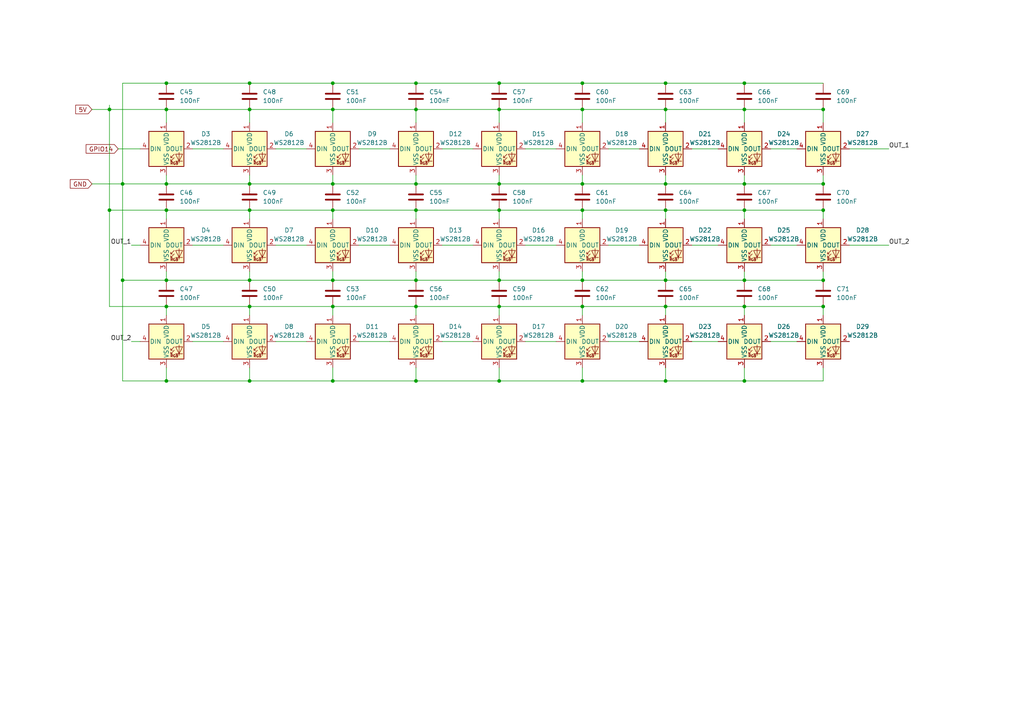
<source format=kicad_sch>
(kicad_sch (version 20211123) (generator eeschema)
  (paper "A4")
  (lib_symbols
    (symbol "Device:C" (pin_numbers hide) (pin_names (offset 0.254))
      (property "Reference" "C" (at 0.635 2.54 0))
      (property "Value" "C" (at 0.635 -2.54 0))
      (symbol "C_0_1"
        (polyline (pts (xy -2.032 -0.762) (xy 2.032 -0.762)) (stroke (width 0.508)))
        (polyline (pts (xy -2.032 0.762) (xy 2.032 0.762)) (stroke (width 0.508)))
      )
      (symbol "C_1_1"
        (pin passive line (at 0 3.81 270) (length 2.794) (name "~") (number "1"))
        (pin passive line (at 0 -3.81 90) (length 2.794) (name "~") (number "2"))
      )
    )
    (symbol "LED:WS2812B" (pin_names (offset 0.254))
      (property "Reference" "D" (at 5.08 5.715 0))
      (property "Value" "WS2812B" (at 1.27 -5.715 0))
      (symbol "WS2812B_0_0"
        (text "RGB" (at 2.286 -4.191 0) (effects (font (size 0.762 0.762))))
      )
      (symbol "WS2812B_0_1"
        (polyline (pts (xy 1.27 -3.556) (xy 1.778 -3.556)))
        (polyline (pts (xy 1.27 -2.54) (xy 1.778 -2.54)))
        (polyline (pts (xy 4.699 -3.556) (xy 2.667 -3.556)))
        (polyline (pts (xy 2.286 -2.54) (xy 1.27 -3.556) (xy 1.27 -3.048)))
        (polyline (pts (xy 2.286 -1.524) (xy 1.27 -2.54) (xy 1.27 -2.032)))
        (polyline (pts (xy 3.683 -1.016) (xy 3.683 -3.556) (xy 3.683 -4.064)))
        (polyline (pts (xy 4.699 -1.524) (xy 2.667 -1.524) (xy 3.683 -3.556) (xy 4.699 -1.524)))
        (rectangle (start 5.08 5.08) (end -5.08 -5.08) (stroke (width 0.254)) (fill (type background)))
      )
      (symbol "WS2812B_1_1"
        (pin power_in line (at 0 7.62 270) (length 2.54) (name "VDD") (number "1"))
        (pin output line (at 7.62 0 180) (length 2.54) (name "DOUT") (number "2"))
        (pin power_in line (at 0 -7.62 90) (length 2.54) (name "VSS") (number "3"))
        (pin input line (at -7.62 0 0) (length 2.54) (name "DIN") (number "4"))
      )
    )
  )
  (junction (at 72.39 24.13))
  (junction (at 168.91 24.13))
  (junction (at 120.65 53.34))
  (junction (at 168.91 53.34))
  (junction (at 120.65 81.28))
  (junction (at 168.91 31.75))
  (junction (at 215.9 81.28))
  (junction (at 72.39 60.96))
  (junction (at 193.04 31.75))
  (junction (at 168.91 81.28))
  (junction (at 144.78 53.34))
  (junction (at 48.26 53.34))
  (junction (at 215.9 110.49))
  (junction (at 96.52 24.13))
  (junction (at 96.52 110.49))
  (junction (at 96.52 31.75))
  (junction (at 238.76 81.28))
  (junction (at 48.26 110.49))
  (junction (at 238.76 53.34))
  (junction (at 31.75 31.75))
  (junction (at 120.65 60.96))
  (junction (at 31.75 60.96))
  (junction (at 144.78 81.28))
  (junction (at 120.65 24.13))
  (junction (at 96.52 81.28))
  (junction (at 96.52 53.34))
  (junction (at 193.04 88.9))
  (junction (at 193.04 60.96))
  (junction (at 238.76 60.96))
  (junction (at 215.9 60.96))
  (junction (at 48.26 24.13))
  (junction (at 144.78 31.75))
  (junction (at 168.91 110.49))
  (junction (at 168.91 88.9))
  (junction (at 72.39 88.9))
  (junction (at 193.04 81.28))
  (junction (at 238.76 88.9))
  (junction (at 193.04 24.13))
  (junction (at 168.91 60.96))
  (junction (at 144.78 24.13))
  (junction (at 215.9 88.9))
  (junction (at 144.78 88.9))
  (junction (at 72.39 53.34))
  (junction (at 35.56 81.28))
  (junction (at 120.65 110.49))
  (junction (at 72.39 81.28))
  (junction (at 120.65 31.75))
  (junction (at 48.26 60.96))
  (junction (at 193.04 53.34))
  (junction (at 35.56 53.34))
  (junction (at 215.9 53.34))
  (junction (at 144.78 110.49))
  (junction (at 144.78 60.96))
  (junction (at 48.26 81.28))
  (junction (at 48.26 31.75))
  (junction (at 48.26 88.9))
  (junction (at 238.76 31.75))
  (junction (at 72.39 110.49))
  (junction (at 120.65 88.9))
  (junction (at 96.52 60.96))
  (junction (at 215.9 31.75))
  (junction (at 215.9 24.13))
  (junction (at 96.52 88.9))
  (junction (at 72.39 31.75))
  (junction (at 193.04 110.49))
  (wire (pts (xy 120.65 50.8) (xy 120.65 53.34)))
  (wire (pts (xy 144.78 81.28) (xy 168.91 81.28)))
  (wire (pts (xy 96.52 88.9) (xy 120.65 88.9)))
  (wire (pts (xy 48.26 31.75) (xy 72.39 31.75)))
  (wire (pts (xy 144.78 78.74) (xy 144.78 81.28)))
  (wire (pts (xy 144.78 31.75) (xy 144.78 35.56)))
  (wire (pts (xy 96.52 106.68) (xy 96.52 110.49)))
  (wire (pts (xy 215.9 88.9) (xy 215.9 91.44)))
  (wire (pts (xy 120.65 24.13) (xy 144.78 24.13)))
  (wire (pts (xy 96.52 78.74) (xy 96.52 81.28)))
  (wire (pts (xy 104.14 71.12) (xy 113.03 71.12)))
  (wire (pts (xy 215.9 60.96) (xy 215.9 63.5)))
  (wire (pts (xy 193.04 106.68) (xy 193.04 110.49)))
  (wire (pts (xy 193.04 31.75) (xy 215.9 31.75)))
  (wire (pts (xy 168.91 78.74) (xy 168.91 81.28)))
  (wire (pts (xy 200.66 99.06) (xy 208.28 99.06)))
  (wire (pts (xy 96.52 88.9) (xy 96.52 91.44)))
  (wire (pts (xy 48.26 24.13) (xy 72.39 24.13)))
  (wire (pts (xy 200.66 43.18) (xy 208.28 43.18)))
  (wire (pts (xy 193.04 53.34) (xy 215.9 53.34)))
  (wire (pts (xy 35.56 24.13) (xy 48.26 24.13)))
  (wire (pts (xy 193.04 60.96) (xy 193.04 63.5)))
  (wire (pts (xy 144.78 88.9) (xy 168.91 88.9)))
  (wire (pts (xy 193.04 110.49) (xy 215.9 110.49)))
  (wire (pts (xy 38.1 71.12) (xy 40.64 71.12)))
  (wire (pts (xy 120.65 60.96) (xy 120.65 63.5)))
  (wire (pts (xy 35.56 24.13) (xy 35.56 53.34)))
  (wire (pts (xy 144.78 31.75) (xy 168.91 31.75)))
  (wire (pts (xy 48.26 78.74) (xy 48.26 81.28)))
  (wire (pts (xy 215.9 88.9) (xy 238.76 88.9)))
  (wire (pts (xy 223.52 71.12) (xy 231.14 71.12)))
  (wire (pts (xy 193.04 31.75) (xy 193.04 35.56)))
  (wire (pts (xy 48.26 81.28) (xy 72.39 81.28)))
  (wire (pts (xy 176.53 71.12) (xy 185.42 71.12)))
  (wire (pts (xy 238.76 60.96) (xy 238.76 63.5)))
  (wire (pts (xy 31.75 88.9) (xy 48.26 88.9)))
  (wire (pts (xy 168.91 81.28) (xy 193.04 81.28)))
  (wire (pts (xy 72.39 24.13) (xy 96.52 24.13)))
  (wire (pts (xy 152.4 71.12) (xy 161.29 71.12)))
  (wire (pts (xy 96.52 81.28) (xy 120.65 81.28)))
  (wire (pts (xy 48.26 106.68) (xy 48.26 110.49)))
  (wire (pts (xy 168.91 60.96) (xy 168.91 63.5)))
  (wire (pts (xy 128.27 99.06) (xy 137.16 99.06)))
  (wire (pts (xy 215.9 53.34) (xy 238.76 53.34)))
  (wire (pts (xy 35.56 53.34) (xy 35.56 81.28)))
  (wire (pts (xy 152.4 43.18) (xy 161.29 43.18)))
  (wire (pts (xy 144.78 53.34) (xy 168.91 53.34)))
  (wire (pts (xy 120.65 106.68) (xy 120.65 110.49)))
  (wire (pts (xy 104.14 99.06) (xy 113.03 99.06)))
  (wire (pts (xy 168.91 50.8) (xy 168.91 53.34)))
  (wire (pts (xy 72.39 110.49) (xy 96.52 110.49)))
  (wire (pts (xy 48.26 53.34) (xy 72.39 53.34)))
  (wire (pts (xy 144.78 24.13) (xy 168.91 24.13)))
  (wire (pts (xy 193.04 88.9) (xy 215.9 88.9)))
  (wire (pts (xy 31.75 31.75) (xy 31.75 60.96)))
  (wire (pts (xy 238.76 35.56) (xy 238.76 31.75)))
  (wire (pts (xy 193.04 60.96) (xy 215.9 60.96)))
  (wire (pts (xy 96.52 110.49) (xy 120.65 110.49)))
  (wire (pts (xy 215.9 50.8) (xy 215.9 53.34)))
  (wire (pts (xy 48.26 60.96) (xy 48.26 63.5)))
  (wire (pts (xy 72.39 31.75) (xy 72.39 35.56)))
  (wire (pts (xy 168.91 53.34) (xy 193.04 53.34)))
  (wire (pts (xy 246.38 71.12) (xy 257.81 71.12)))
  (wire (pts (xy 238.76 106.68) (xy 238.76 110.49)))
  (wire (pts (xy 96.52 60.96) (xy 96.52 63.5)))
  (wire (pts (xy 193.04 81.28) (xy 215.9 81.28)))
  (wire (pts (xy 168.91 60.96) (xy 193.04 60.96)))
  (wire (pts (xy 215.9 31.75) (xy 238.76 31.75)))
  (wire (pts (xy 215.9 110.49) (xy 238.76 110.49)))
  (wire (pts (xy 168.91 88.9) (xy 168.91 91.44)))
  (wire (pts (xy 238.76 53.34) (xy 238.76 50.8)))
  (wire (pts (xy 120.65 88.9) (xy 120.65 91.44)))
  (wire (pts (xy 120.65 60.96) (xy 144.78 60.96)))
  (wire (pts (xy 144.78 60.96) (xy 168.91 60.96)))
  (wire (pts (xy 176.53 99.06) (xy 185.42 99.06)))
  (wire (pts (xy 120.65 31.75) (xy 120.65 35.56)))
  (wire (pts (xy 120.65 88.9) (xy 144.78 88.9)))
  (wire (pts (xy 96.52 31.75) (xy 120.65 31.75)))
  (wire (pts (xy 152.4 99.06) (xy 161.29 99.06)))
  (wire (pts (xy 193.04 24.13) (xy 215.9 24.13)))
  (wire (pts (xy 55.88 43.18) (xy 64.77 43.18)))
  (wire (pts (xy 128.27 71.12) (xy 137.16 71.12)))
  (wire (pts (xy 168.91 106.68) (xy 168.91 110.49)))
  (wire (pts (xy 96.52 31.75) (xy 96.52 35.56)))
  (wire (pts (xy 120.65 81.28) (xy 144.78 81.28)))
  (wire (pts (xy 193.04 78.74) (xy 193.04 81.28)))
  (wire (pts (xy 193.04 50.8) (xy 193.04 53.34)))
  (wire (pts (xy 48.26 31.75) (xy 48.26 35.56)))
  (wire (pts (xy 215.9 31.75) (xy 215.9 35.56)))
  (wire (pts (xy 96.52 50.8) (xy 96.52 53.34)))
  (wire (pts (xy 96.52 53.34) (xy 120.65 53.34)))
  (wire (pts (xy 168.91 110.49) (xy 193.04 110.49)))
  (wire (pts (xy 215.9 60.96) (xy 238.76 60.96)))
  (wire (pts (xy 35.56 53.34) (xy 48.26 53.34)))
  (wire (pts (xy 104.14 43.18) (xy 113.03 43.18)))
  (wire (pts (xy 26.67 31.75) (xy 31.75 31.75)))
  (wire (pts (xy 120.65 78.74) (xy 120.65 81.28)))
  (wire (pts (xy 72.39 88.9) (xy 96.52 88.9)))
  (wire (pts (xy 72.39 88.9) (xy 72.39 91.44)))
  (wire (pts (xy 200.66 71.12) (xy 208.28 71.12)))
  (wire (pts (xy 215.9 78.74) (xy 215.9 81.28)))
  (wire (pts (xy 238.76 88.9) (xy 238.76 91.44)))
  (wire (pts (xy 72.39 50.8) (xy 72.39 53.34)))
  (wire (pts (xy 168.91 88.9) (xy 193.04 88.9)))
  (wire (pts (xy 120.65 31.75) (xy 144.78 31.75)))
  (wire (pts (xy 48.26 88.9) (xy 48.26 91.44)))
  (wire (pts (xy 193.04 88.9) (xy 193.04 91.44)))
  (wire (pts (xy 48.26 110.49) (xy 72.39 110.49)))
  (wire (pts (xy 48.26 50.8) (xy 48.26 53.34)))
  (wire (pts (xy 168.91 24.13) (xy 193.04 24.13)))
  (wire (pts (xy 120.65 110.49) (xy 144.78 110.49)))
  (wire (pts (xy 31.75 30.48) (xy 31.75 31.75)))
  (wire (pts (xy 72.39 60.96) (xy 96.52 60.96)))
  (wire (pts (xy 38.1 99.06) (xy 40.64 99.06)))
  (wire (pts (xy 144.78 50.8) (xy 144.78 53.34)))
  (wire (pts (xy 96.52 60.96) (xy 120.65 60.96)))
  (wire (pts (xy 144.78 110.49) (xy 168.91 110.49)))
  (wire (pts (xy 215.9 106.68) (xy 215.9 110.49)))
  (wire (pts (xy 128.27 43.18) (xy 137.16 43.18)))
  (wire (pts (xy 72.39 31.75) (xy 96.52 31.75)))
  (wire (pts (xy 176.53 43.18) (xy 185.42 43.18)))
  (wire (pts (xy 72.39 81.28) (xy 96.52 81.28)))
  (wire (pts (xy 223.52 99.06) (xy 231.14 99.06)))
  (wire (pts (xy 72.39 78.74) (xy 72.39 81.28)))
  (wire (pts (xy 48.26 88.9) (xy 72.39 88.9)))
  (wire (pts (xy 120.65 53.34) (xy 144.78 53.34)))
  (wire (pts (xy 144.78 106.68) (xy 144.78 110.49)))
  (wire (pts (xy 72.39 106.68) (xy 72.39 110.49)))
  (wire (pts (xy 48.26 60.96) (xy 72.39 60.96)))
  (wire (pts (xy 80.01 43.18) (xy 88.9 43.18)))
  (wire (pts (xy 34.29 43.18) (xy 40.64 43.18)))
  (wire (pts (xy 48.26 110.49) (xy 35.56 110.49)))
  (wire (pts (xy 55.88 71.12) (xy 64.77 71.12)))
  (wire (pts (xy 238.76 81.28) (xy 238.76 78.74)))
  (wire (pts (xy 144.78 60.96) (xy 144.78 63.5)))
  (wire (pts (xy 168.91 31.75) (xy 193.04 31.75)))
  (wire (pts (xy 72.39 60.96) (xy 72.39 63.5)))
  (wire (pts (xy 31.75 31.75) (xy 48.26 31.75)))
  (wire (pts (xy 31.75 60.96) (xy 31.75 88.9)))
  (wire (pts (xy 215.9 24.13) (xy 238.76 24.13)))
  (wire (pts (xy 144.78 88.9) (xy 144.78 91.44)))
  (wire (pts (xy 72.39 53.34) (xy 96.52 53.34)))
  (wire (pts (xy 31.75 60.96) (xy 48.26 60.96)))
  (wire (pts (xy 80.01 99.06) (xy 88.9 99.06)))
  (wire (pts (xy 55.88 99.06) (xy 64.77 99.06)))
  (wire (pts (xy 80.01 71.12) (xy 88.9 71.12)))
  (wire (pts (xy 215.9 81.28) (xy 238.76 81.28)))
  (wire (pts (xy 223.52 43.18) (xy 231.14 43.18)))
  (wire (pts (xy 26.67 53.34) (xy 35.56 53.34)))
  (wire (pts (xy 96.52 24.13) (xy 120.65 24.13)))
  (wire (pts (xy 35.56 81.28) (xy 48.26 81.28)))
  (wire (pts (xy 35.56 110.49) (xy 35.56 81.28)))
  (wire (pts (xy 168.91 31.75) (xy 168.91 35.56)))
  (wire (pts (xy 246.38 43.18) (xy 257.81 43.18)))
  (label "OUT_2" (at 38.1 99.06 180))
  (label "OUT_1" (at 257.81 43.18 0))
  (label "OUT_1" (at 38.1 71.12 180))
  (label "OUT_2" (at 257.81 71.12 0))
  (global_label "5V" (shape input) (at 26.67 31.75 180) (property "Intersheet References" "${INTERSHEET_REFS}" (effects hide)))
  (global_label "GND" (shape input) (at 26.67 53.34 180) (property "Intersheet References" "${INTERSHEET_REFS}" (effects hide)))
  (global_label "GPIO14" (shape input) (at 34.29 43.18 180) (property "Intersheet References" "${INTERSHEET_REFS}" (effects hide)))
  (symbol (lib_id "LED:WS2812B") (at 168.91 99.06 0) (unit 1)
    (property "Reference" "D20" (at 180.34 94.7293 0))
    (property "Value" "WS2812B" (at 180.34 97.2693 0))
    (property "Footprint" "LED_SMD:LED_WS2812B_PLCC4_5.0x5.0mm_P3.2mm" (effects hide))
    (property "Datasheet" "https://cdn-shop.adafruit.com/datasheets/WS2812B.pdf" (effects hide))
  )
  (symbol (lib_id "Device:C") (at 72.39 27.94 0) (unit 1)
    (property "Reference" "C48" (at 76.2 26.6699 0) (effects (justify left)))
    (property "Value" "100nF" (at 76.2 29.2099 0) (effects (justify left)))
    (property "Footprint" "Capacitor_SMD:C_0603_1608Metric" (effects hide))
  )
  (symbol (lib_id "Device:C") (at 193.04 85.09 0) (unit 1)
    (property "Reference" "C65" (at 196.85 83.8199 0) (effects (justify left)))
    (property "Value" "100nF" (at 196.85 86.3599 0) (effects (justify left)))
    (property "Footprint" "Capacitor_SMD:C_0603_1608Metric" (effects hide))
  )
  (symbol (lib_id "Device:C") (at 48.26 57.15 0) (unit 1)
    (property "Reference" "C46" (at 52.07 55.8799 0) (effects (justify left)))
    (property "Value" "100nF" (at 52.07 58.4199 0) (effects (justify left)))
    (property "Footprint" "Capacitor_SMD:C_0603_1608Metric" (effects hide))
  )
  (symbol (lib_id "LED:WS2812B") (at 168.91 43.18 0) (unit 1)
    (property "Reference" "D18" (at 180.34 38.8493 0))
    (property "Value" "WS2812B" (at 180.34 41.3893 0))
    (property "Footprint" "LED_SMD:LED_WS2812B_PLCC4_5.0x5.0mm_P3.2mm" (effects hide))
    (property "Datasheet" "https://cdn-shop.adafruit.com/datasheets/WS2812B.pdf" (effects hide))
  )
  (symbol (lib_id "Device:C") (at 72.39 85.09 0) (unit 1)
    (property "Reference" "C50" (at 76.2 83.8199 0) (effects (justify left)))
    (property "Value" "100nF" (at 76.2 86.3599 0) (effects (justify left)))
    (property "Footprint" "Capacitor_SMD:C_0603_1608Metric" (effects hide))
  )
  (symbol (lib_id "LED:WS2812B") (at 193.04 99.06 0) (unit 1)
    (property "Reference" "D23" (at 204.47 94.7293 0))
    (property "Value" "WS2812B" (at 204.47 97.2693 0))
    (property "Footprint" "LED_SMD:LED_WS2812B_PLCC4_5.0x5.0mm_P3.2mm" (effects hide))
    (property "Datasheet" "https://cdn-shop.adafruit.com/datasheets/WS2812B.pdf" (effects hide))
  )
  (symbol (lib_id "Device:C") (at 215.9 85.09 0) (unit 1)
    (property "Reference" "C68" (at 219.71 83.8199 0) (effects (justify left)))
    (property "Value" "100nF" (at 219.71 86.3599 0) (effects (justify left)))
    (property "Footprint" "Capacitor_SMD:C_0603_1608Metric" (effects hide))
  )
  (symbol (lib_id "LED:WS2812B") (at 215.9 71.12 0) (unit 1)
    (property "Reference" "D25" (at 227.33 66.7893 0))
    (property "Value" "WS2812B" (at 227.33 69.3293 0))
    (property "Footprint" "LED_SMD:LED_WS2812B_PLCC4_5.0x5.0mm_P3.2mm" (effects hide))
    (property "Datasheet" "https://cdn-shop.adafruit.com/datasheets/WS2812B.pdf" (effects hide))
  )
  (symbol (lib_id "Device:C") (at 120.65 57.15 0) (unit 1)
    (property "Reference" "C55" (at 124.46 55.8799 0) (effects (justify left)))
    (property "Value" "100nF" (at 124.46 58.4199 0) (effects (justify left)))
    (property "Footprint" "Capacitor_SMD:C_0603_1608Metric" (effects hide))
  )
  (symbol (lib_id "LED:WS2812B") (at 96.52 43.18 0) (unit 1)
    (property "Reference" "D9" (at 107.95 38.8493 0))
    (property "Value" "WS2812B" (at 107.95 41.3893 0))
    (property "Footprint" "LED_SMD:LED_WS2812B_PLCC4_5.0x5.0mm_P3.2mm" (effects hide))
    (property "Datasheet" "https://cdn-shop.adafruit.com/datasheets/WS2812B.pdf" (effects hide))
  )
  (symbol (lib_id "LED:WS2812B") (at 238.76 71.12 0) (unit 1)
    (property "Reference" "D28" (at 250.19 66.7893 0))
    (property "Value" "WS2812B" (at 250.19 69.3293 0))
    (property "Footprint" "LED_SMD:LED_WS2812B_PLCC4_5.0x5.0mm_P3.2mm" (effects hide))
    (property "Datasheet" "https://cdn-shop.adafruit.com/datasheets/WS2812B.pdf" (effects hide))
  )
  (symbol (lib_id "Device:C") (at 168.91 85.09 0) (unit 1)
    (property "Reference" "C62" (at 172.72 83.8199 0) (effects (justify left)))
    (property "Value" "100nF" (at 172.72 86.3599 0) (effects (justify left)))
    (property "Footprint" "Capacitor_SMD:C_0603_1608Metric" (effects hide))
  )
  (symbol (lib_id "Device:C") (at 238.76 85.09 0) (unit 1)
    (property "Reference" "C71" (at 242.57 83.8199 0) (effects (justify left)))
    (property "Value" "100nF" (at 242.57 86.3599 0) (effects (justify left)))
    (property "Footprint" "Capacitor_SMD:C_0603_1608Metric" (effects hide))
  )
  (symbol (lib_id "Device:C") (at 96.52 57.15 0) (unit 1)
    (property "Reference" "C52" (at 100.33 55.8799 0) (effects (justify left)))
    (property "Value" "100nF" (at 100.33 58.4199 0) (effects (justify left)))
    (property "Footprint" "Capacitor_SMD:C_0603_1608Metric" (effects hide))
  )
  (symbol (lib_id "Device:C") (at 120.65 27.94 0) (unit 1)
    (property "Reference" "C54" (at 124.46 26.6699 0) (effects (justify left)))
    (property "Value" "100nF" (at 124.46 29.2099 0) (effects (justify left)))
    (property "Footprint" "Capacitor_SMD:C_0603_1608Metric" (effects hide))
  )
  (symbol (lib_id "LED:WS2812B") (at 96.52 99.06 0) (unit 1)
    (property "Reference" "D11" (at 107.95 94.7293 0))
    (property "Value" "WS2812B" (at 107.95 97.2693 0))
    (property "Footprint" "LED_SMD:LED_WS2812B_PLCC4_5.0x5.0mm_P3.2mm" (effects hide))
    (property "Datasheet" "https://cdn-shop.adafruit.com/datasheets/WS2812B.pdf" (effects hide))
  )
  (symbol (lib_id "LED:WS2812B") (at 72.39 43.18 0) (unit 1)
    (property "Reference" "D6" (at 83.82 38.8493 0))
    (property "Value" "WS2812B" (at 83.82 41.3893 0))
    (property "Footprint" "LED_SMD:LED_WS2812B_PLCC4_5.0x5.0mm_P3.2mm" (effects hide))
    (property "Datasheet" "https://cdn-shop.adafruit.com/datasheets/WS2812B.pdf" (effects hide))
  )
  (symbol (lib_id "LED:WS2812B") (at 215.9 99.06 0) (unit 1)
    (property "Reference" "D26" (at 227.33 94.7293 0))
    (property "Value" "WS2812B" (at 227.33 97.2693 0))
    (property "Footprint" "LED_SMD:LED_WS2812B_PLCC4_5.0x5.0mm_P3.2mm" (effects hide))
    (property "Datasheet" "https://cdn-shop.adafruit.com/datasheets/WS2812B.pdf" (effects hide))
  )
  (symbol (lib_id "Device:C") (at 193.04 27.94 0) (unit 1)
    (property "Reference" "C63" (at 196.85 26.6699 0) (effects (justify left)))
    (property "Value" "100nF" (at 196.85 29.2099 0) (effects (justify left)))
    (property "Footprint" "Capacitor_SMD:C_0603_1608Metric" (effects hide))
  )
  (symbol (lib_id "LED:WS2812B") (at 72.39 99.06 0) (unit 1)
    (property "Reference" "D8" (at 83.82 94.7293 0))
    (property "Value" "WS2812B" (at 83.82 97.2693 0))
    (property "Footprint" "LED_SMD:LED_WS2812B_PLCC4_5.0x5.0mm_P3.2mm" (effects hide))
    (property "Datasheet" "https://cdn-shop.adafruit.com/datasheets/WS2812B.pdf" (effects hide))
  )
  (symbol (lib_id "LED:WS2812B") (at 144.78 99.06 0) (unit 1)
    (property "Reference" "D17" (at 156.21 94.7293 0))
    (property "Value" "WS2812B" (at 156.21 97.2693 0))
    (property "Footprint" "LED_SMD:LED_WS2812B_PLCC4_5.0x5.0mm_P3.2mm" (effects hide))
    (property "Datasheet" "https://cdn-shop.adafruit.com/datasheets/WS2812B.pdf" (effects hide))
  )
  (symbol (lib_id "Device:C") (at 120.65 85.09 0) (unit 1)
    (property "Reference" "C56" (at 124.46 83.8199 0) (effects (justify left)))
    (property "Value" "100nF" (at 124.46 86.3599 0) (effects (justify left)))
    (property "Footprint" "Capacitor_SMD:C_0603_1608Metric" (effects hide))
  )
  (symbol (lib_id "LED:WS2812B") (at 48.26 43.18 0) (unit 1)
    (property "Reference" "D3" (at 59.69 38.8493 0))
    (property "Value" "WS2812B" (at 59.69 41.3893 0))
    (property "Footprint" "LED_SMD:LED_WS2812B_PLCC4_5.0x5.0mm_P3.2mm" (effects hide))
    (property "Datasheet" "https://cdn-shop.adafruit.com/datasheets/WS2812B.pdf" (effects hide))
  )
  (symbol (lib_id "Device:C") (at 238.76 57.15 0) (unit 1)
    (property "Reference" "C70" (at 242.57 55.8799 0) (effects (justify left)))
    (property "Value" "100nF" (at 242.57 58.4199 0) (effects (justify left)))
    (property "Footprint" "Capacitor_SMD:C_0603_1608Metric" (effects hide))
  )
  (symbol (lib_id "LED:WS2812B") (at 96.52 71.12 0) (unit 1)
    (property "Reference" "D10" (at 107.95 66.7893 0))
    (property "Value" "WS2812B" (at 107.95 69.3293 0))
    (property "Footprint" "LED_SMD:LED_WS2812B_PLCC4_5.0x5.0mm_P3.2mm" (effects hide))
    (property "Datasheet" "https://cdn-shop.adafruit.com/datasheets/WS2812B.pdf" (effects hide))
  )
  (symbol (lib_id "Device:C") (at 72.39 57.15 0) (unit 1)
    (property "Reference" "C49" (at 76.2 55.8799 0) (effects (justify left)))
    (property "Value" "100nF" (at 76.2 58.4199 0) (effects (justify left)))
    (property "Footprint" "Capacitor_SMD:C_0603_1608Metric" (effects hide))
  )
  (symbol (lib_id "LED:WS2812B") (at 120.65 43.18 0) (unit 1)
    (property "Reference" "D12" (at 132.08 38.8493 0))
    (property "Value" "WS2812B" (at 132.08 41.3893 0))
    (property "Footprint" "LED_SMD:LED_WS2812B_PLCC4_5.0x5.0mm_P3.2mm" (effects hide))
    (property "Datasheet" "https://cdn-shop.adafruit.com/datasheets/WS2812B.pdf" (effects hide))
  )
  (symbol (lib_id "LED:WS2812B") (at 120.65 71.12 0) (unit 1)
    (property "Reference" "D13" (at 132.08 66.7893 0))
    (property "Value" "WS2812B" (at 132.08 69.3293 0))
    (property "Footprint" "LED_SMD:LED_WS2812B_PLCC4_5.0x5.0mm_P3.2mm" (effects hide))
    (property "Datasheet" "https://cdn-shop.adafruit.com/datasheets/WS2812B.pdf" (effects hide))
  )
  (symbol (lib_id "LED:WS2812B") (at 215.9 43.18 0) (unit 1)
    (property "Reference" "D24" (at 227.33 38.8493 0))
    (property "Value" "WS2812B" (at 227.33 41.3893 0))
    (property "Footprint" "LED_SMD:LED_WS2812B_PLCC4_5.0x5.0mm_P3.2mm" (effects hide))
    (property "Datasheet" "https://cdn-shop.adafruit.com/datasheets/WS2812B.pdf" (effects hide))
  )
  (symbol (lib_id "Device:C") (at 168.91 27.94 0) (unit 1)
    (property "Reference" "C60" (at 172.72 26.6699 0) (effects (justify left)))
    (property "Value" "100nF" (at 172.72 29.2099 0) (effects (justify left)))
    (property "Footprint" "Capacitor_SMD:C_0603_1608Metric" (effects hide))
  )
  (symbol (lib_id "Device:C") (at 96.52 27.94 0) (unit 1)
    (property "Reference" "C51" (at 100.33 26.6699 0) (effects (justify left)))
    (property "Value" "100nF" (at 100.33 29.2099 0) (effects (justify left)))
    (property "Footprint" "Capacitor_SMD:C_0603_1608Metric" (effects hide))
  )
  (symbol (lib_id "Device:C") (at 193.04 57.15 0) (unit 1)
    (property "Reference" "C64" (at 196.85 55.8799 0) (effects (justify left)))
    (property "Value" "100nF" (at 196.85 58.4199 0) (effects (justify left)))
    (property "Footprint" "Capacitor_SMD:C_0603_1608Metric" (effects hide))
  )
  (symbol (lib_id "Device:C") (at 215.9 57.15 0) (unit 1)
    (property "Reference" "C67" (at 219.71 55.8799 0) (effects (justify left)))
    (property "Value" "100nF" (at 219.71 58.4199 0) (effects (justify left)))
    (property "Footprint" "Capacitor_SMD:C_0603_1608Metric" (effects hide))
  )
  (symbol (lib_id "Device:C") (at 144.78 27.94 0) (unit 1)
    (property "Reference" "C57" (at 148.59 26.6699 0) (effects (justify left)))
    (property "Value" "100nF" (at 148.59 29.2099 0) (effects (justify left)))
    (property "Footprint" "Capacitor_SMD:C_0603_1608Metric" (effects hide))
  )
  (symbol (lib_id "LED:WS2812B") (at 144.78 71.12 0) (unit 1)
    (property "Reference" "D16" (at 156.21 66.7893 0))
    (property "Value" "WS2812B" (at 156.21 69.3293 0))
    (property "Footprint" "LED_SMD:LED_WS2812B_PLCC4_5.0x5.0mm_P3.2mm" (effects hide))
    (property "Datasheet" "https://cdn-shop.adafruit.com/datasheets/WS2812B.pdf" (effects hide))
  )
  (symbol (lib_id "LED:WS2812B") (at 144.78 43.18 0) (unit 1)
    (property "Reference" "D15" (at 156.21 38.8493 0))
    (property "Value" "WS2812B" (at 156.21 41.3893 0))
    (property "Footprint" "LED_SMD:LED_WS2812B_PLCC4_5.0x5.0mm_P3.2mm" (effects hide))
    (property "Datasheet" "https://cdn-shop.adafruit.com/datasheets/WS2812B.pdf" (effects hide))
  )
  (symbol (lib_id "LED:WS2812B") (at 238.76 99.06 0) (unit 1)
    (property "Reference" "D29" (at 250.19 94.7293 0))
    (property "Value" "WS2812B" (at 250.19 97.2693 0))
    (property "Footprint" "LED_SMD:LED_WS2812B_PLCC4_5.0x5.0mm_P3.2mm" (effects hide))
    (property "Datasheet" "https://cdn-shop.adafruit.com/datasheets/WS2812B.pdf" (effects hide))
  )
  (symbol (lib_id "Device:C") (at 96.52 85.09 0) (unit 1)
    (property "Reference" "C53" (at 100.33 83.8199 0) (effects (justify left)))
    (property "Value" "100nF" (at 100.33 86.3599 0) (effects (justify left)))
    (property "Footprint" "Capacitor_SMD:C_0603_1608Metric" (effects hide))
  )
  (symbol (lib_id "Device:C") (at 48.26 85.09 0) (unit 1)
    (property "Reference" "C47" (at 52.07 83.8199 0) (effects (justify left)))
    (property "Value" "100nF" (at 52.07 86.3599 0) (effects (justify left)))
    (property "Footprint" "Capacitor_SMD:C_0603_1608Metric" (effects hide))
  )
  (symbol (lib_id "Device:C") (at 144.78 57.15 0) (unit 1)
    (property "Reference" "C58" (at 148.59 55.8799 0) (effects (justify left)))
    (property "Value" "100nF" (at 148.59 58.4199 0) (effects (justify left)))
    (property "Footprint" "Capacitor_SMD:C_0603_1608Metric" (effects hide))
  )
  (symbol (lib_id "Device:C") (at 144.78 85.09 0) (unit 1)
    (property "Reference" "C59" (at 148.59 83.8199 0) (effects (justify left)))
    (property "Value" "100nF" (at 148.59 86.3599 0) (effects (justify left)))
    (property "Footprint" "Capacitor_SMD:C_0603_1608Metric" (effects hide))
  )
  (symbol (lib_id "Device:C") (at 48.26 27.94 0) (unit 1)
    (property "Reference" "C45" (at 52.07 26.6699 0) (effects (justify left)))
    (property "Value" "100nF" (at 52.07 29.2099 0) (effects (justify left)))
    (property "Footprint" "Capacitor_SMD:C_0603_1608Metric" (effects hide))
  )
  (symbol (lib_id "LED:WS2812B") (at 120.65 99.06 0) (unit 1)
    (property "Reference" "D14" (at 132.08 94.7293 0))
    (property "Value" "WS2812B" (at 132.08 97.2693 0))
    (property "Footprint" "LED_SMD:LED_WS2812B_PLCC4_5.0x5.0mm_P3.2mm" (effects hide))
    (property "Datasheet" "https://cdn-shop.adafruit.com/datasheets/WS2812B.pdf" (effects hide))
  )
  (symbol (lib_id "LED:WS2812B") (at 193.04 43.18 0) (unit 1)
    (property "Reference" "D21" (at 204.47 38.8493 0))
    (property "Value" "WS2812B" (at 204.47 41.3893 0))
    (property "Footprint" "LED_SMD:LED_WS2812B_PLCC4_5.0x5.0mm_P3.2mm" (effects hide))
    (property "Datasheet" "https://cdn-shop.adafruit.com/datasheets/WS2812B.pdf" (effects hide))
  )
  (symbol (lib_id "LED:WS2812B") (at 72.39 71.12 0) (unit 1)
    (property "Reference" "D7" (at 83.82 66.7893 0))
    (property "Value" "WS2812B" (at 83.82 69.3293 0))
    (property "Footprint" "LED_SMD:LED_WS2812B_PLCC4_5.0x5.0mm_P3.2mm" (effects hide))
    (property "Datasheet" "https://cdn-shop.adafruit.com/datasheets/WS2812B.pdf" (effects hide))
  )
  (symbol (lib_id "LED:WS2812B") (at 48.26 71.12 0) (unit 1)
    (property "Reference" "D4" (at 59.69 66.7893 0))
    (property "Value" "WS2812B" (at 59.69 69.3293 0))
    (property "Footprint" "LED_SMD:LED_WS2812B_PLCC4_5.0x5.0mm_P3.2mm" (effects hide))
    (property "Datasheet" "https://cdn-shop.adafruit.com/datasheets/WS2812B.pdf" (effects hide))
  )
  (symbol (lib_id "LED:WS2812B") (at 168.91 71.12 0) (unit 1)
    (property "Reference" "D19" (at 180.34 66.7893 0))
    (property "Value" "WS2812B" (at 180.34 69.3293 0))
    (property "Footprint" "LED_SMD:LED_WS2812B_PLCC4_5.0x5.0mm_P3.2mm" (effects hide))
    (property "Datasheet" "https://cdn-shop.adafruit.com/datasheets/WS2812B.pdf" (effects hide))
  )
  (symbol (lib_id "LED:WS2812B") (at 238.76 43.18 0) (unit 1)
    (property "Reference" "D27" (at 250.19 38.8493 0))
    (property "Value" "WS2812B" (at 250.19 41.3893 0))
    (property "Footprint" "LED_SMD:LED_WS2812B_PLCC4_5.0x5.0mm_P3.2mm" (effects hide))
    (property "Datasheet" "https://cdn-shop.adafruit.com/datasheets/WS2812B.pdf" (effects hide))
  )
  (symbol (lib_id "LED:WS2812B") (at 193.04 71.12 0) (unit 1)
    (property "Reference" "D22" (at 204.47 66.7893 0))
    (property "Value" "WS2812B" (at 204.47 69.3293 0))
    (property "Footprint" "LED_SMD:LED_WS2812B_PLCC4_5.0x5.0mm_P3.2mm" (effects hide))
    (property "Datasheet" "https://cdn-shop.adafruit.com/datasheets/WS2812B.pdf" (effects hide))
  )
  (symbol (lib_id "Device:C") (at 238.76 27.94 0) (unit 1)
    (property "Reference" "C69" (at 242.57 26.6699 0) (effects (justify left)))
    (property "Value" "100nF" (at 242.57 29.2099 0) (effects (justify left)))
    (property "Footprint" "Capacitor_SMD:C_0603_1608Metric" (effects hide))
  )
  (symbol (lib_id "Device:C") (at 168.91 57.15 0) (unit 1)
    (property "Reference" "C61" (at 172.72 55.8799 0) (effects (justify left)))
    (property "Value" "100nF" (at 172.72 58.4199 0) (effects (justify left)))
    (property "Footprint" "Capacitor_SMD:C_0603_1608Metric" (effects hide))
  )
  (symbol (lib_id "LED:WS2812B") (at 48.26 99.06 0) (unit 1)
    (property "Reference" "D5" (at 59.69 94.7293 0))
    (property "Value" "WS2812B" (at 59.69 97.2693 0))
    (property "Footprint" "LED_SMD:LED_WS2812B_PLCC4_5.0x5.0mm_P3.2mm" (effects hide))
    (property "Datasheet" "https://cdn-shop.adafruit.com/datasheets/WS2812B.pdf" (effects hide))
  )
  (symbol (lib_id "Device:C") (at 215.9 27.94 0) (unit 1)
    (property "Reference" "C66" (at 219.71 26.6699 0) (effects (justify left)))
    (property "Value" "100nF" (at 219.71 29.2099 0) (effects (justify left)))
    (property "Footprint" "Capacitor_SMD:C_0603_1608Metric" (effects hide))
  )
)
</source>
